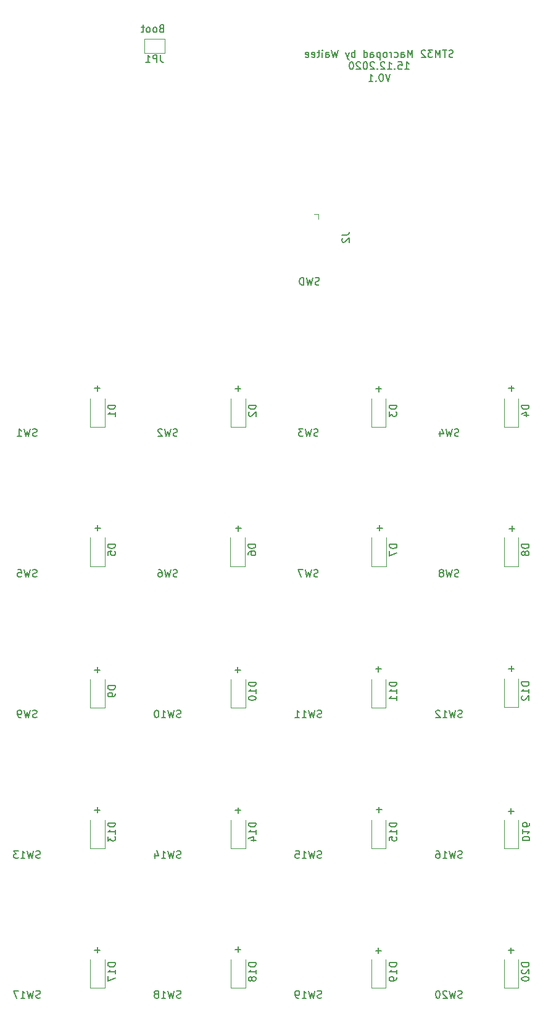
<source format=gbr>
%TF.GenerationSoftware,KiCad,Pcbnew,(5.1.6)-1*%
%TF.CreationDate,2020-12-15T22:49:58+02:00*%
%TF.ProjectId,macropad,6d616372-6f70-4616-942e-6b696361645f,rev?*%
%TF.SameCoordinates,Original*%
%TF.FileFunction,Legend,Bot*%
%TF.FilePolarity,Positive*%
%FSLAX46Y46*%
G04 Gerber Fmt 4.6, Leading zero omitted, Abs format (unit mm)*
G04 Created by KiCad (PCBNEW (5.1.6)-1) date 2020-12-15 22:49:58*
%MOMM*%
%LPD*%
G01*
G04 APERTURE LIST*
%ADD10C,0.150000*%
%ADD11C,0.120000*%
G04 APERTURE END LIST*
D10*
X148862857Y-43974761D02*
X148720000Y-44022380D01*
X148481904Y-44022380D01*
X148386666Y-43974761D01*
X148339047Y-43927142D01*
X148291428Y-43831904D01*
X148291428Y-43736666D01*
X148339047Y-43641428D01*
X148386666Y-43593809D01*
X148481904Y-43546190D01*
X148672380Y-43498571D01*
X148767619Y-43450952D01*
X148815238Y-43403333D01*
X148862857Y-43308095D01*
X148862857Y-43212857D01*
X148815238Y-43117619D01*
X148767619Y-43070000D01*
X148672380Y-43022380D01*
X148434285Y-43022380D01*
X148291428Y-43070000D01*
X148005714Y-43022380D02*
X147434285Y-43022380D01*
X147720000Y-44022380D02*
X147720000Y-43022380D01*
X147100952Y-44022380D02*
X147100952Y-43022380D01*
X146767619Y-43736666D01*
X146434285Y-43022380D01*
X146434285Y-44022380D01*
X146053333Y-43022380D02*
X145434285Y-43022380D01*
X145767619Y-43403333D01*
X145624761Y-43403333D01*
X145529523Y-43450952D01*
X145481904Y-43498571D01*
X145434285Y-43593809D01*
X145434285Y-43831904D01*
X145481904Y-43927142D01*
X145529523Y-43974761D01*
X145624761Y-44022380D01*
X145910476Y-44022380D01*
X146005714Y-43974761D01*
X146053333Y-43927142D01*
X145053333Y-43117619D02*
X145005714Y-43070000D01*
X144910476Y-43022380D01*
X144672380Y-43022380D01*
X144577142Y-43070000D01*
X144529523Y-43117619D01*
X144481904Y-43212857D01*
X144481904Y-43308095D01*
X144529523Y-43450952D01*
X145100952Y-44022380D01*
X144481904Y-44022380D01*
X143291428Y-44022380D02*
X143291428Y-43022380D01*
X142958095Y-43736666D01*
X142624761Y-43022380D01*
X142624761Y-44022380D01*
X141720000Y-44022380D02*
X141720000Y-43498571D01*
X141767619Y-43403333D01*
X141862857Y-43355714D01*
X142053333Y-43355714D01*
X142148571Y-43403333D01*
X141720000Y-43974761D02*
X141815238Y-44022380D01*
X142053333Y-44022380D01*
X142148571Y-43974761D01*
X142196190Y-43879523D01*
X142196190Y-43784285D01*
X142148571Y-43689047D01*
X142053333Y-43641428D01*
X141815238Y-43641428D01*
X141720000Y-43593809D01*
X140815238Y-43974761D02*
X140910476Y-44022380D01*
X141100952Y-44022380D01*
X141196190Y-43974761D01*
X141243809Y-43927142D01*
X141291428Y-43831904D01*
X141291428Y-43546190D01*
X141243809Y-43450952D01*
X141196190Y-43403333D01*
X141100952Y-43355714D01*
X140910476Y-43355714D01*
X140815238Y-43403333D01*
X140386666Y-44022380D02*
X140386666Y-43355714D01*
X140386666Y-43546190D02*
X140339047Y-43450952D01*
X140291428Y-43403333D01*
X140196190Y-43355714D01*
X140100952Y-43355714D01*
X139624761Y-44022380D02*
X139720000Y-43974761D01*
X139767619Y-43927142D01*
X139815238Y-43831904D01*
X139815238Y-43546190D01*
X139767619Y-43450952D01*
X139720000Y-43403333D01*
X139624761Y-43355714D01*
X139481904Y-43355714D01*
X139386666Y-43403333D01*
X139339047Y-43450952D01*
X139291428Y-43546190D01*
X139291428Y-43831904D01*
X139339047Y-43927142D01*
X139386666Y-43974761D01*
X139481904Y-44022380D01*
X139624761Y-44022380D01*
X138862857Y-43355714D02*
X138862857Y-44355714D01*
X138862857Y-43403333D02*
X138767619Y-43355714D01*
X138577142Y-43355714D01*
X138481904Y-43403333D01*
X138434285Y-43450952D01*
X138386666Y-43546190D01*
X138386666Y-43831904D01*
X138434285Y-43927142D01*
X138481904Y-43974761D01*
X138577142Y-44022380D01*
X138767619Y-44022380D01*
X138862857Y-43974761D01*
X137529523Y-44022380D02*
X137529523Y-43498571D01*
X137577142Y-43403333D01*
X137672380Y-43355714D01*
X137862857Y-43355714D01*
X137958095Y-43403333D01*
X137529523Y-43974761D02*
X137624761Y-44022380D01*
X137862857Y-44022380D01*
X137958095Y-43974761D01*
X138005714Y-43879523D01*
X138005714Y-43784285D01*
X137958095Y-43689047D01*
X137862857Y-43641428D01*
X137624761Y-43641428D01*
X137529523Y-43593809D01*
X136624761Y-44022380D02*
X136624761Y-43022380D01*
X136624761Y-43974761D02*
X136720000Y-44022380D01*
X136910476Y-44022380D01*
X137005714Y-43974761D01*
X137053333Y-43927142D01*
X137100952Y-43831904D01*
X137100952Y-43546190D01*
X137053333Y-43450952D01*
X137005714Y-43403333D01*
X136910476Y-43355714D01*
X136720000Y-43355714D01*
X136624761Y-43403333D01*
X135386666Y-44022380D02*
X135386666Y-43022380D01*
X135386666Y-43403333D02*
X135291428Y-43355714D01*
X135100952Y-43355714D01*
X135005714Y-43403333D01*
X134958095Y-43450952D01*
X134910476Y-43546190D01*
X134910476Y-43831904D01*
X134958095Y-43927142D01*
X135005714Y-43974761D01*
X135100952Y-44022380D01*
X135291428Y-44022380D01*
X135386666Y-43974761D01*
X134577142Y-43355714D02*
X134339047Y-44022380D01*
X134100952Y-43355714D02*
X134339047Y-44022380D01*
X134434285Y-44260476D01*
X134481904Y-44308095D01*
X134577142Y-44355714D01*
X133053333Y-43022380D02*
X132815238Y-44022380D01*
X132624761Y-43308095D01*
X132434285Y-44022380D01*
X132196190Y-43022380D01*
X131386666Y-44022380D02*
X131386666Y-43498571D01*
X131434285Y-43403333D01*
X131529523Y-43355714D01*
X131720000Y-43355714D01*
X131815238Y-43403333D01*
X131386666Y-43974761D02*
X131481904Y-44022380D01*
X131720000Y-44022380D01*
X131815238Y-43974761D01*
X131862857Y-43879523D01*
X131862857Y-43784285D01*
X131815238Y-43689047D01*
X131720000Y-43641428D01*
X131481904Y-43641428D01*
X131386666Y-43593809D01*
X130910476Y-44022380D02*
X130910476Y-43355714D01*
X130910476Y-43022380D02*
X130958095Y-43070000D01*
X130910476Y-43117619D01*
X130862857Y-43070000D01*
X130910476Y-43022380D01*
X130910476Y-43117619D01*
X130577142Y-43355714D02*
X130196190Y-43355714D01*
X130434285Y-43022380D02*
X130434285Y-43879523D01*
X130386666Y-43974761D01*
X130291428Y-44022380D01*
X130196190Y-44022380D01*
X129481904Y-43974761D02*
X129577142Y-44022380D01*
X129767619Y-44022380D01*
X129862857Y-43974761D01*
X129910476Y-43879523D01*
X129910476Y-43498571D01*
X129862857Y-43403333D01*
X129767619Y-43355714D01*
X129577142Y-43355714D01*
X129481904Y-43403333D01*
X129434285Y-43498571D01*
X129434285Y-43593809D01*
X129910476Y-43689047D01*
X128624761Y-43974761D02*
X128720000Y-44022380D01*
X128910476Y-44022380D01*
X129005714Y-43974761D01*
X129053333Y-43879523D01*
X129053333Y-43498571D01*
X129005714Y-43403333D01*
X128910476Y-43355714D01*
X128720000Y-43355714D01*
X128624761Y-43403333D01*
X128577142Y-43498571D01*
X128577142Y-43593809D01*
X129053333Y-43689047D01*
X142243809Y-45672380D02*
X142815238Y-45672380D01*
X142529523Y-45672380D02*
X142529523Y-44672380D01*
X142624761Y-44815238D01*
X142720000Y-44910476D01*
X142815238Y-44958095D01*
X141339047Y-44672380D02*
X141815238Y-44672380D01*
X141862857Y-45148571D01*
X141815238Y-45100952D01*
X141720000Y-45053333D01*
X141481904Y-45053333D01*
X141386666Y-45100952D01*
X141339047Y-45148571D01*
X141291428Y-45243809D01*
X141291428Y-45481904D01*
X141339047Y-45577142D01*
X141386666Y-45624761D01*
X141481904Y-45672380D01*
X141720000Y-45672380D01*
X141815238Y-45624761D01*
X141862857Y-45577142D01*
X140862857Y-45577142D02*
X140815238Y-45624761D01*
X140862857Y-45672380D01*
X140910476Y-45624761D01*
X140862857Y-45577142D01*
X140862857Y-45672380D01*
X139862857Y-45672380D02*
X140434285Y-45672380D01*
X140148571Y-45672380D02*
X140148571Y-44672380D01*
X140243809Y-44815238D01*
X140339047Y-44910476D01*
X140434285Y-44958095D01*
X139481904Y-44767619D02*
X139434285Y-44720000D01*
X139339047Y-44672380D01*
X139100952Y-44672380D01*
X139005714Y-44720000D01*
X138958095Y-44767619D01*
X138910476Y-44862857D01*
X138910476Y-44958095D01*
X138958095Y-45100952D01*
X139529523Y-45672380D01*
X138910476Y-45672380D01*
X138481904Y-45577142D02*
X138434285Y-45624761D01*
X138481904Y-45672380D01*
X138529523Y-45624761D01*
X138481904Y-45577142D01*
X138481904Y-45672380D01*
X138053333Y-44767619D02*
X138005714Y-44720000D01*
X137910476Y-44672380D01*
X137672380Y-44672380D01*
X137577142Y-44720000D01*
X137529523Y-44767619D01*
X137481904Y-44862857D01*
X137481904Y-44958095D01*
X137529523Y-45100952D01*
X138100952Y-45672380D01*
X137481904Y-45672380D01*
X136862857Y-44672380D02*
X136767619Y-44672380D01*
X136672380Y-44720000D01*
X136624761Y-44767619D01*
X136577142Y-44862857D01*
X136529523Y-45053333D01*
X136529523Y-45291428D01*
X136577142Y-45481904D01*
X136624761Y-45577142D01*
X136672380Y-45624761D01*
X136767619Y-45672380D01*
X136862857Y-45672380D01*
X136958095Y-45624761D01*
X137005714Y-45577142D01*
X137053333Y-45481904D01*
X137100952Y-45291428D01*
X137100952Y-45053333D01*
X137053333Y-44862857D01*
X137005714Y-44767619D01*
X136958095Y-44720000D01*
X136862857Y-44672380D01*
X136148571Y-44767619D02*
X136100952Y-44720000D01*
X136005714Y-44672380D01*
X135767619Y-44672380D01*
X135672380Y-44720000D01*
X135624761Y-44767619D01*
X135577142Y-44862857D01*
X135577142Y-44958095D01*
X135624761Y-45100952D01*
X136196190Y-45672380D01*
X135577142Y-45672380D01*
X134958095Y-44672380D02*
X134862857Y-44672380D01*
X134767619Y-44720000D01*
X134720000Y-44767619D01*
X134672380Y-44862857D01*
X134624761Y-45053333D01*
X134624761Y-45291428D01*
X134672380Y-45481904D01*
X134720000Y-45577142D01*
X134767619Y-45624761D01*
X134862857Y-45672380D01*
X134958095Y-45672380D01*
X135053333Y-45624761D01*
X135100952Y-45577142D01*
X135148571Y-45481904D01*
X135196190Y-45291428D01*
X135196190Y-45053333D01*
X135148571Y-44862857D01*
X135100952Y-44767619D01*
X135053333Y-44720000D01*
X134958095Y-44672380D01*
X140243809Y-46322380D02*
X139910476Y-47322380D01*
X139577142Y-46322380D01*
X139053333Y-46322380D02*
X138958095Y-46322380D01*
X138862857Y-46370000D01*
X138815238Y-46417619D01*
X138767619Y-46512857D01*
X138720000Y-46703333D01*
X138720000Y-46941428D01*
X138767619Y-47131904D01*
X138815238Y-47227142D01*
X138862857Y-47274761D01*
X138958095Y-47322380D01*
X139053333Y-47322380D01*
X139148571Y-47274761D01*
X139196190Y-47227142D01*
X139243809Y-47131904D01*
X139291428Y-46941428D01*
X139291428Y-46703333D01*
X139243809Y-46512857D01*
X139196190Y-46417619D01*
X139148571Y-46370000D01*
X139053333Y-46322380D01*
X138291428Y-47227142D02*
X138243809Y-47274761D01*
X138291428Y-47322380D01*
X138339047Y-47274761D01*
X138291428Y-47227142D01*
X138291428Y-47322380D01*
X137291428Y-47322380D02*
X137862857Y-47322380D01*
X137577142Y-47322380D02*
X137577142Y-46322380D01*
X137672380Y-46465238D01*
X137767619Y-46560476D01*
X137862857Y-46608095D01*
X156439047Y-166561428D02*
X157200952Y-166561428D01*
X156820000Y-166942380D02*
X156820000Y-166180476D01*
X138249047Y-166631428D02*
X139010952Y-166631428D01*
X138630000Y-167012380D02*
X138630000Y-166250476D01*
X118959047Y-166451428D02*
X119720952Y-166451428D01*
X119340000Y-166832380D02*
X119340000Y-166070476D01*
X99669047Y-166531428D02*
X100430952Y-166531428D01*
X100050000Y-166912380D02*
X100050000Y-166150476D01*
X99669047Y-147321428D02*
X100430952Y-147321428D01*
X100050000Y-147702380D02*
X100050000Y-146940476D01*
X118979047Y-147371428D02*
X119740952Y-147371428D01*
X119360000Y-147752380D02*
X119360000Y-146990476D01*
X138299047Y-147271428D02*
X139060952Y-147271428D01*
X138680000Y-147652380D02*
X138680000Y-146890476D01*
X156419047Y-147471428D02*
X157180952Y-147471428D01*
X156800000Y-147852380D02*
X156800000Y-147090476D01*
X156479047Y-127911428D02*
X157240952Y-127911428D01*
X156860000Y-128292380D02*
X156860000Y-127530476D01*
X138249047Y-127951428D02*
X139010952Y-127951428D01*
X138630000Y-128332380D02*
X138630000Y-127570476D01*
X118929047Y-128101428D02*
X119690952Y-128101428D01*
X119310000Y-128482380D02*
X119310000Y-127720476D01*
X99669047Y-128101428D02*
X100430952Y-128101428D01*
X100050000Y-128482380D02*
X100050000Y-127720476D01*
X99699047Y-108601428D02*
X100460952Y-108601428D01*
X100080000Y-108982380D02*
X100080000Y-108220476D01*
X118999047Y-108661428D02*
X119760952Y-108661428D01*
X119380000Y-109042380D02*
X119380000Y-108280476D01*
X138409047Y-108621428D02*
X139170952Y-108621428D01*
X138790000Y-109002380D02*
X138790000Y-108240476D01*
X156549047Y-108701428D02*
X157310952Y-108701428D01*
X156930000Y-109082380D02*
X156930000Y-108320476D01*
X156459047Y-89431428D02*
X157220952Y-89431428D01*
X156840000Y-89812380D02*
X156840000Y-89050476D01*
X138289047Y-89531428D02*
X139050952Y-89531428D01*
X138670000Y-89912380D02*
X138670000Y-89150476D01*
X118989047Y-89471428D02*
X119750952Y-89471428D01*
X119370000Y-89852380D02*
X119370000Y-89090476D01*
X99679047Y-89451428D02*
X100440952Y-89451428D01*
X100060000Y-89832380D02*
X100060000Y-89070476D01*
X130497142Y-75214761D02*
X130354285Y-75262380D01*
X130116190Y-75262380D01*
X130020952Y-75214761D01*
X129973333Y-75167142D01*
X129925714Y-75071904D01*
X129925714Y-74976666D01*
X129973333Y-74881428D01*
X130020952Y-74833809D01*
X130116190Y-74786190D01*
X130306666Y-74738571D01*
X130401904Y-74690952D01*
X130449523Y-74643333D01*
X130497142Y-74548095D01*
X130497142Y-74452857D01*
X130449523Y-74357619D01*
X130401904Y-74310000D01*
X130306666Y-74262380D01*
X130068571Y-74262380D01*
X129925714Y-74310000D01*
X129592380Y-74262380D02*
X129354285Y-75262380D01*
X129163809Y-74548095D01*
X128973333Y-75262380D01*
X128735238Y-74262380D01*
X128354285Y-75262380D02*
X128354285Y-74262380D01*
X128116190Y-74262380D01*
X127973333Y-74310000D01*
X127878095Y-74405238D01*
X127830476Y-74500476D01*
X127782857Y-74690952D01*
X127782857Y-74833809D01*
X127830476Y-75024285D01*
X127878095Y-75119523D01*
X127973333Y-75214761D01*
X128116190Y-75262380D01*
X128354285Y-75262380D01*
X108829047Y-40068571D02*
X108686190Y-40116190D01*
X108638571Y-40163809D01*
X108590952Y-40259047D01*
X108590952Y-40401904D01*
X108638571Y-40497142D01*
X108686190Y-40544761D01*
X108781428Y-40592380D01*
X109162380Y-40592380D01*
X109162380Y-39592380D01*
X108829047Y-39592380D01*
X108733809Y-39640000D01*
X108686190Y-39687619D01*
X108638571Y-39782857D01*
X108638571Y-39878095D01*
X108686190Y-39973333D01*
X108733809Y-40020952D01*
X108829047Y-40068571D01*
X109162380Y-40068571D01*
X108019523Y-40592380D02*
X108114761Y-40544761D01*
X108162380Y-40497142D01*
X108210000Y-40401904D01*
X108210000Y-40116190D01*
X108162380Y-40020952D01*
X108114761Y-39973333D01*
X108019523Y-39925714D01*
X107876666Y-39925714D01*
X107781428Y-39973333D01*
X107733809Y-40020952D01*
X107686190Y-40116190D01*
X107686190Y-40401904D01*
X107733809Y-40497142D01*
X107781428Y-40544761D01*
X107876666Y-40592380D01*
X108019523Y-40592380D01*
X107114761Y-40592380D02*
X107210000Y-40544761D01*
X107257619Y-40497142D01*
X107305238Y-40401904D01*
X107305238Y-40116190D01*
X107257619Y-40020952D01*
X107210000Y-39973333D01*
X107114761Y-39925714D01*
X106971904Y-39925714D01*
X106876666Y-39973333D01*
X106829047Y-40020952D01*
X106781428Y-40116190D01*
X106781428Y-40401904D01*
X106829047Y-40497142D01*
X106876666Y-40544761D01*
X106971904Y-40592380D01*
X107114761Y-40592380D01*
X106495714Y-39925714D02*
X106114761Y-39925714D01*
X106352857Y-39592380D02*
X106352857Y-40449523D01*
X106305238Y-40544761D01*
X106210000Y-40592380D01*
X106114761Y-40592380D01*
D11*
%TO.C,D1*%
X101050000Y-94750000D02*
X101050000Y-90850000D01*
X99050000Y-94750000D02*
X99050000Y-90850000D01*
X101050000Y-94750000D02*
X99050000Y-94750000D01*
%TO.C,D2*%
X120350000Y-94750000D02*
X120350000Y-90850000D01*
X118350000Y-94750000D02*
X118350000Y-90850000D01*
X120350000Y-94750000D02*
X118350000Y-94750000D01*
%TO.C,D3*%
X139650000Y-94750000D02*
X137650000Y-94750000D01*
X137650000Y-94750000D02*
X137650000Y-90850000D01*
X139650000Y-94750000D02*
X139650000Y-90850000D01*
%TO.C,D4*%
X157825000Y-94750000D02*
X157825000Y-90850000D01*
X155825000Y-94750000D02*
X155825000Y-90850000D01*
X157825000Y-94750000D02*
X155825000Y-94750000D01*
%TO.C,D5*%
X101050000Y-113850000D02*
X99050000Y-113850000D01*
X99050000Y-113850000D02*
X99050000Y-109950000D01*
X101050000Y-113850000D02*
X101050000Y-109950000D01*
%TO.C,D6*%
X120300000Y-113850000D02*
X118300000Y-113850000D01*
X118300000Y-113850000D02*
X118300000Y-109950000D01*
X120300000Y-113850000D02*
X120300000Y-109950000D01*
%TO.C,D7*%
X139700000Y-113850000D02*
X139700000Y-109950000D01*
X137700000Y-113850000D02*
X137700000Y-109950000D01*
X139700000Y-113850000D02*
X137700000Y-113850000D01*
%TO.C,D8*%
X157825000Y-113850000D02*
X155825000Y-113850000D01*
X155825000Y-113850000D02*
X155825000Y-109950000D01*
X157825000Y-113850000D02*
X157825000Y-109950000D01*
%TO.C,D9*%
X101050000Y-133250000D02*
X101050000Y-129350000D01*
X99050000Y-133250000D02*
X99050000Y-129350000D01*
X101050000Y-133250000D02*
X99050000Y-133250000D01*
%TO.C,D10*%
X120350000Y-133250000D02*
X120350000Y-129350000D01*
X118350000Y-133250000D02*
X118350000Y-129350000D01*
X120350000Y-133250000D02*
X118350000Y-133250000D01*
%TO.C,D11*%
X139650000Y-133250000D02*
X137650000Y-133250000D01*
X137650000Y-133250000D02*
X137650000Y-129350000D01*
X139650000Y-133250000D02*
X139650000Y-129350000D01*
%TO.C,D12*%
X157825000Y-133225000D02*
X157825000Y-129325000D01*
X155825000Y-133225000D02*
X155825000Y-129325000D01*
X157825000Y-133225000D02*
X155825000Y-133225000D01*
%TO.C,D13*%
X101050000Y-152550000D02*
X99050000Y-152550000D01*
X99050000Y-152550000D02*
X99050000Y-148650000D01*
X101050000Y-152550000D02*
X101050000Y-148650000D01*
%TO.C,D14*%
X120350000Y-152550000D02*
X118350000Y-152550000D01*
X118350000Y-152550000D02*
X118350000Y-148650000D01*
X120350000Y-152550000D02*
X120350000Y-148650000D01*
%TO.C,D15*%
X139650000Y-152550000D02*
X139650000Y-148650000D01*
X137650000Y-152550000D02*
X137650000Y-148650000D01*
X139650000Y-152550000D02*
X137650000Y-152550000D01*
%TO.C,D16*%
X157825000Y-152550000D02*
X155825000Y-152550000D01*
X155825000Y-152550000D02*
X155825000Y-148650000D01*
X157825000Y-152550000D02*
X157825000Y-148650000D01*
%TO.C,D17*%
X101050000Y-171750000D02*
X101050000Y-167850000D01*
X99050000Y-171750000D02*
X99050000Y-167850000D01*
X101050000Y-171750000D02*
X99050000Y-171750000D01*
%TO.C,D18*%
X120350000Y-171750000D02*
X120350000Y-167850000D01*
X118350000Y-171750000D02*
X118350000Y-167850000D01*
X120350000Y-171750000D02*
X118350000Y-171750000D01*
%TO.C,D19*%
X139650000Y-171750000D02*
X137650000Y-171750000D01*
X137650000Y-171750000D02*
X137650000Y-167850000D01*
X139650000Y-171750000D02*
X139650000Y-167850000D01*
%TO.C,D20*%
X157825000Y-171750000D02*
X155825000Y-171750000D01*
X155825000Y-171750000D02*
X155825000Y-167850000D01*
X157825000Y-171750000D02*
X157825000Y-167850000D01*
%TO.C,J2*%
X130420000Y-66210000D02*
X130420000Y-65575000D01*
X130420000Y-65575000D02*
X129785000Y-65575000D01*
%TO.C,JP1*%
X106480000Y-41470000D02*
X106480000Y-43470000D01*
X109280000Y-41470000D02*
X106480000Y-41470000D01*
X109280000Y-43470000D02*
X109280000Y-41470000D01*
X106480000Y-43470000D02*
X109280000Y-43470000D01*
%TO.C,SW2*%
D10*
X111033333Y-95979761D02*
X110890476Y-96027380D01*
X110652380Y-96027380D01*
X110557142Y-95979761D01*
X110509523Y-95932142D01*
X110461904Y-95836904D01*
X110461904Y-95741666D01*
X110509523Y-95646428D01*
X110557142Y-95598809D01*
X110652380Y-95551190D01*
X110842857Y-95503571D01*
X110938095Y-95455952D01*
X110985714Y-95408333D01*
X111033333Y-95313095D01*
X111033333Y-95217857D01*
X110985714Y-95122619D01*
X110938095Y-95075000D01*
X110842857Y-95027380D01*
X110604761Y-95027380D01*
X110461904Y-95075000D01*
X110128571Y-95027380D02*
X109890476Y-96027380D01*
X109700000Y-95313095D01*
X109509523Y-96027380D01*
X109271428Y-95027380D01*
X108938095Y-95122619D02*
X108890476Y-95075000D01*
X108795238Y-95027380D01*
X108557142Y-95027380D01*
X108461904Y-95075000D01*
X108414285Y-95122619D01*
X108366666Y-95217857D01*
X108366666Y-95313095D01*
X108414285Y-95455952D01*
X108985714Y-96027380D01*
X108366666Y-96027380D01*
%TO.C,D1*%
X102502380Y-91761904D02*
X101502380Y-91761904D01*
X101502380Y-92000000D01*
X101550000Y-92142857D01*
X101645238Y-92238095D01*
X101740476Y-92285714D01*
X101930952Y-92333333D01*
X102073809Y-92333333D01*
X102264285Y-92285714D01*
X102359523Y-92238095D01*
X102454761Y-92142857D01*
X102502380Y-92000000D01*
X102502380Y-91761904D01*
X102502380Y-93285714D02*
X102502380Y-92714285D01*
X102502380Y-93000000D02*
X101502380Y-93000000D01*
X101645238Y-92904761D01*
X101740476Y-92809523D01*
X101788095Y-92714285D01*
%TO.C,D2*%
X121802380Y-91761904D02*
X120802380Y-91761904D01*
X120802380Y-92000000D01*
X120850000Y-92142857D01*
X120945238Y-92238095D01*
X121040476Y-92285714D01*
X121230952Y-92333333D01*
X121373809Y-92333333D01*
X121564285Y-92285714D01*
X121659523Y-92238095D01*
X121754761Y-92142857D01*
X121802380Y-92000000D01*
X121802380Y-91761904D01*
X120897619Y-92714285D02*
X120850000Y-92761904D01*
X120802380Y-92857142D01*
X120802380Y-93095238D01*
X120850000Y-93190476D01*
X120897619Y-93238095D01*
X120992857Y-93285714D01*
X121088095Y-93285714D01*
X121230952Y-93238095D01*
X121802380Y-92666666D01*
X121802380Y-93285714D01*
%TO.C,D3*%
X141102380Y-91761904D02*
X140102380Y-91761904D01*
X140102380Y-92000000D01*
X140150000Y-92142857D01*
X140245238Y-92238095D01*
X140340476Y-92285714D01*
X140530952Y-92333333D01*
X140673809Y-92333333D01*
X140864285Y-92285714D01*
X140959523Y-92238095D01*
X141054761Y-92142857D01*
X141102380Y-92000000D01*
X141102380Y-91761904D01*
X140102380Y-92666666D02*
X140102380Y-93285714D01*
X140483333Y-92952380D01*
X140483333Y-93095238D01*
X140530952Y-93190476D01*
X140578571Y-93238095D01*
X140673809Y-93285714D01*
X140911904Y-93285714D01*
X141007142Y-93238095D01*
X141054761Y-93190476D01*
X141102380Y-93095238D01*
X141102380Y-92809523D01*
X141054761Y-92714285D01*
X141007142Y-92666666D01*
%TO.C,D4*%
X159277380Y-91761904D02*
X158277380Y-91761904D01*
X158277380Y-92000000D01*
X158325000Y-92142857D01*
X158420238Y-92238095D01*
X158515476Y-92285714D01*
X158705952Y-92333333D01*
X158848809Y-92333333D01*
X159039285Y-92285714D01*
X159134523Y-92238095D01*
X159229761Y-92142857D01*
X159277380Y-92000000D01*
X159277380Y-91761904D01*
X158610714Y-93190476D02*
X159277380Y-93190476D01*
X158229761Y-92952380D02*
X158944047Y-92714285D01*
X158944047Y-93333333D01*
%TO.C,D5*%
X102502380Y-110861904D02*
X101502380Y-110861904D01*
X101502380Y-111100000D01*
X101550000Y-111242857D01*
X101645238Y-111338095D01*
X101740476Y-111385714D01*
X101930952Y-111433333D01*
X102073809Y-111433333D01*
X102264285Y-111385714D01*
X102359523Y-111338095D01*
X102454761Y-111242857D01*
X102502380Y-111100000D01*
X102502380Y-110861904D01*
X101502380Y-112338095D02*
X101502380Y-111861904D01*
X101978571Y-111814285D01*
X101930952Y-111861904D01*
X101883333Y-111957142D01*
X101883333Y-112195238D01*
X101930952Y-112290476D01*
X101978571Y-112338095D01*
X102073809Y-112385714D01*
X102311904Y-112385714D01*
X102407142Y-112338095D01*
X102454761Y-112290476D01*
X102502380Y-112195238D01*
X102502380Y-111957142D01*
X102454761Y-111861904D01*
X102407142Y-111814285D01*
%TO.C,D6*%
X121752380Y-110861904D02*
X120752380Y-110861904D01*
X120752380Y-111100000D01*
X120800000Y-111242857D01*
X120895238Y-111338095D01*
X120990476Y-111385714D01*
X121180952Y-111433333D01*
X121323809Y-111433333D01*
X121514285Y-111385714D01*
X121609523Y-111338095D01*
X121704761Y-111242857D01*
X121752380Y-111100000D01*
X121752380Y-110861904D01*
X120752380Y-112290476D02*
X120752380Y-112100000D01*
X120800000Y-112004761D01*
X120847619Y-111957142D01*
X120990476Y-111861904D01*
X121180952Y-111814285D01*
X121561904Y-111814285D01*
X121657142Y-111861904D01*
X121704761Y-111909523D01*
X121752380Y-112004761D01*
X121752380Y-112195238D01*
X121704761Y-112290476D01*
X121657142Y-112338095D01*
X121561904Y-112385714D01*
X121323809Y-112385714D01*
X121228571Y-112338095D01*
X121180952Y-112290476D01*
X121133333Y-112195238D01*
X121133333Y-112004761D01*
X121180952Y-111909523D01*
X121228571Y-111861904D01*
X121323809Y-111814285D01*
%TO.C,D7*%
X141152380Y-110861904D02*
X140152380Y-110861904D01*
X140152380Y-111100000D01*
X140200000Y-111242857D01*
X140295238Y-111338095D01*
X140390476Y-111385714D01*
X140580952Y-111433333D01*
X140723809Y-111433333D01*
X140914285Y-111385714D01*
X141009523Y-111338095D01*
X141104761Y-111242857D01*
X141152380Y-111100000D01*
X141152380Y-110861904D01*
X140152380Y-111766666D02*
X140152380Y-112433333D01*
X141152380Y-112004761D01*
%TO.C,D8*%
X159277380Y-110861904D02*
X158277380Y-110861904D01*
X158277380Y-111100000D01*
X158325000Y-111242857D01*
X158420238Y-111338095D01*
X158515476Y-111385714D01*
X158705952Y-111433333D01*
X158848809Y-111433333D01*
X159039285Y-111385714D01*
X159134523Y-111338095D01*
X159229761Y-111242857D01*
X159277380Y-111100000D01*
X159277380Y-110861904D01*
X158705952Y-112004761D02*
X158658333Y-111909523D01*
X158610714Y-111861904D01*
X158515476Y-111814285D01*
X158467857Y-111814285D01*
X158372619Y-111861904D01*
X158325000Y-111909523D01*
X158277380Y-112004761D01*
X158277380Y-112195238D01*
X158325000Y-112290476D01*
X158372619Y-112338095D01*
X158467857Y-112385714D01*
X158515476Y-112385714D01*
X158610714Y-112338095D01*
X158658333Y-112290476D01*
X158705952Y-112195238D01*
X158705952Y-112004761D01*
X158753571Y-111909523D01*
X158801190Y-111861904D01*
X158896428Y-111814285D01*
X159086904Y-111814285D01*
X159182142Y-111861904D01*
X159229761Y-111909523D01*
X159277380Y-112004761D01*
X159277380Y-112195238D01*
X159229761Y-112290476D01*
X159182142Y-112338095D01*
X159086904Y-112385714D01*
X158896428Y-112385714D01*
X158801190Y-112338095D01*
X158753571Y-112290476D01*
X158705952Y-112195238D01*
%TO.C,D9*%
X102502380Y-130261904D02*
X101502380Y-130261904D01*
X101502380Y-130500000D01*
X101550000Y-130642857D01*
X101645238Y-130738095D01*
X101740476Y-130785714D01*
X101930952Y-130833333D01*
X102073809Y-130833333D01*
X102264285Y-130785714D01*
X102359523Y-130738095D01*
X102454761Y-130642857D01*
X102502380Y-130500000D01*
X102502380Y-130261904D01*
X102502380Y-131309523D02*
X102502380Y-131500000D01*
X102454761Y-131595238D01*
X102407142Y-131642857D01*
X102264285Y-131738095D01*
X102073809Y-131785714D01*
X101692857Y-131785714D01*
X101597619Y-131738095D01*
X101550000Y-131690476D01*
X101502380Y-131595238D01*
X101502380Y-131404761D01*
X101550000Y-131309523D01*
X101597619Y-131261904D01*
X101692857Y-131214285D01*
X101930952Y-131214285D01*
X102026190Y-131261904D01*
X102073809Y-131309523D01*
X102121428Y-131404761D01*
X102121428Y-131595238D01*
X102073809Y-131690476D01*
X102026190Y-131738095D01*
X101930952Y-131785714D01*
%TO.C,D10*%
X121802380Y-129785714D02*
X120802380Y-129785714D01*
X120802380Y-130023809D01*
X120850000Y-130166666D01*
X120945238Y-130261904D01*
X121040476Y-130309523D01*
X121230952Y-130357142D01*
X121373809Y-130357142D01*
X121564285Y-130309523D01*
X121659523Y-130261904D01*
X121754761Y-130166666D01*
X121802380Y-130023809D01*
X121802380Y-129785714D01*
X121802380Y-131309523D02*
X121802380Y-130738095D01*
X121802380Y-131023809D02*
X120802380Y-131023809D01*
X120945238Y-130928571D01*
X121040476Y-130833333D01*
X121088095Y-130738095D01*
X120802380Y-131928571D02*
X120802380Y-132023809D01*
X120850000Y-132119047D01*
X120897619Y-132166666D01*
X120992857Y-132214285D01*
X121183333Y-132261904D01*
X121421428Y-132261904D01*
X121611904Y-132214285D01*
X121707142Y-132166666D01*
X121754761Y-132119047D01*
X121802380Y-132023809D01*
X121802380Y-131928571D01*
X121754761Y-131833333D01*
X121707142Y-131785714D01*
X121611904Y-131738095D01*
X121421428Y-131690476D01*
X121183333Y-131690476D01*
X120992857Y-131738095D01*
X120897619Y-131785714D01*
X120850000Y-131833333D01*
X120802380Y-131928571D01*
%TO.C,D11*%
X141102380Y-129785714D02*
X140102380Y-129785714D01*
X140102380Y-130023809D01*
X140150000Y-130166666D01*
X140245238Y-130261904D01*
X140340476Y-130309523D01*
X140530952Y-130357142D01*
X140673809Y-130357142D01*
X140864285Y-130309523D01*
X140959523Y-130261904D01*
X141054761Y-130166666D01*
X141102380Y-130023809D01*
X141102380Y-129785714D01*
X141102380Y-131309523D02*
X141102380Y-130738095D01*
X141102380Y-131023809D02*
X140102380Y-131023809D01*
X140245238Y-130928571D01*
X140340476Y-130833333D01*
X140388095Y-130738095D01*
X141102380Y-132261904D02*
X141102380Y-131690476D01*
X141102380Y-131976190D02*
X140102380Y-131976190D01*
X140245238Y-131880952D01*
X140340476Y-131785714D01*
X140388095Y-131690476D01*
%TO.C,D12*%
X159277380Y-129760714D02*
X158277380Y-129760714D01*
X158277380Y-129998809D01*
X158325000Y-130141666D01*
X158420238Y-130236904D01*
X158515476Y-130284523D01*
X158705952Y-130332142D01*
X158848809Y-130332142D01*
X159039285Y-130284523D01*
X159134523Y-130236904D01*
X159229761Y-130141666D01*
X159277380Y-129998809D01*
X159277380Y-129760714D01*
X159277380Y-131284523D02*
X159277380Y-130713095D01*
X159277380Y-130998809D02*
X158277380Y-130998809D01*
X158420238Y-130903571D01*
X158515476Y-130808333D01*
X158563095Y-130713095D01*
X158372619Y-131665476D02*
X158325000Y-131713095D01*
X158277380Y-131808333D01*
X158277380Y-132046428D01*
X158325000Y-132141666D01*
X158372619Y-132189285D01*
X158467857Y-132236904D01*
X158563095Y-132236904D01*
X158705952Y-132189285D01*
X159277380Y-131617857D01*
X159277380Y-132236904D01*
%TO.C,D13*%
X102502380Y-149085714D02*
X101502380Y-149085714D01*
X101502380Y-149323809D01*
X101550000Y-149466666D01*
X101645238Y-149561904D01*
X101740476Y-149609523D01*
X101930952Y-149657142D01*
X102073809Y-149657142D01*
X102264285Y-149609523D01*
X102359523Y-149561904D01*
X102454761Y-149466666D01*
X102502380Y-149323809D01*
X102502380Y-149085714D01*
X102502380Y-150609523D02*
X102502380Y-150038095D01*
X102502380Y-150323809D02*
X101502380Y-150323809D01*
X101645238Y-150228571D01*
X101740476Y-150133333D01*
X101788095Y-150038095D01*
X101502380Y-150942857D02*
X101502380Y-151561904D01*
X101883333Y-151228571D01*
X101883333Y-151371428D01*
X101930952Y-151466666D01*
X101978571Y-151514285D01*
X102073809Y-151561904D01*
X102311904Y-151561904D01*
X102407142Y-151514285D01*
X102454761Y-151466666D01*
X102502380Y-151371428D01*
X102502380Y-151085714D01*
X102454761Y-150990476D01*
X102407142Y-150942857D01*
%TO.C,D14*%
X121802380Y-149085714D02*
X120802380Y-149085714D01*
X120802380Y-149323809D01*
X120850000Y-149466666D01*
X120945238Y-149561904D01*
X121040476Y-149609523D01*
X121230952Y-149657142D01*
X121373809Y-149657142D01*
X121564285Y-149609523D01*
X121659523Y-149561904D01*
X121754761Y-149466666D01*
X121802380Y-149323809D01*
X121802380Y-149085714D01*
X121802380Y-150609523D02*
X121802380Y-150038095D01*
X121802380Y-150323809D02*
X120802380Y-150323809D01*
X120945238Y-150228571D01*
X121040476Y-150133333D01*
X121088095Y-150038095D01*
X121135714Y-151466666D02*
X121802380Y-151466666D01*
X120754761Y-151228571D02*
X121469047Y-150990476D01*
X121469047Y-151609523D01*
%TO.C,D15*%
X141102380Y-149085714D02*
X140102380Y-149085714D01*
X140102380Y-149323809D01*
X140150000Y-149466666D01*
X140245238Y-149561904D01*
X140340476Y-149609523D01*
X140530952Y-149657142D01*
X140673809Y-149657142D01*
X140864285Y-149609523D01*
X140959523Y-149561904D01*
X141054761Y-149466666D01*
X141102380Y-149323809D01*
X141102380Y-149085714D01*
X141102380Y-150609523D02*
X141102380Y-150038095D01*
X141102380Y-150323809D02*
X140102380Y-150323809D01*
X140245238Y-150228571D01*
X140340476Y-150133333D01*
X140388095Y-150038095D01*
X140102380Y-151514285D02*
X140102380Y-151038095D01*
X140578571Y-150990476D01*
X140530952Y-151038095D01*
X140483333Y-151133333D01*
X140483333Y-151371428D01*
X140530952Y-151466666D01*
X140578571Y-151514285D01*
X140673809Y-151561904D01*
X140911904Y-151561904D01*
X141007142Y-151514285D01*
X141054761Y-151466666D01*
X141102380Y-151371428D01*
X141102380Y-151133333D01*
X141054761Y-151038095D01*
X141007142Y-150990476D01*
%TO.C,D16*%
X158372619Y-151514285D02*
X159372619Y-151514285D01*
X159372619Y-151276190D01*
X159325000Y-151133333D01*
X159229761Y-151038095D01*
X159134523Y-150990476D01*
X158944047Y-150942857D01*
X158801190Y-150942857D01*
X158610714Y-150990476D01*
X158515476Y-151038095D01*
X158420238Y-151133333D01*
X158372619Y-151276190D01*
X158372619Y-151514285D01*
X158372619Y-149990476D02*
X158372619Y-150561904D01*
X158372619Y-150276190D02*
X159372619Y-150276190D01*
X159229761Y-150371428D01*
X159134523Y-150466666D01*
X159086904Y-150561904D01*
X159372619Y-149133333D02*
X159372619Y-149323809D01*
X159325000Y-149419047D01*
X159277380Y-149466666D01*
X159134523Y-149561904D01*
X158944047Y-149609523D01*
X158563095Y-149609523D01*
X158467857Y-149561904D01*
X158420238Y-149514285D01*
X158372619Y-149419047D01*
X158372619Y-149228571D01*
X158420238Y-149133333D01*
X158467857Y-149085714D01*
X158563095Y-149038095D01*
X158801190Y-149038095D01*
X158896428Y-149085714D01*
X158944047Y-149133333D01*
X158991666Y-149228571D01*
X158991666Y-149419047D01*
X158944047Y-149514285D01*
X158896428Y-149561904D01*
X158801190Y-149609523D01*
%TO.C,D17*%
X102502380Y-168285714D02*
X101502380Y-168285714D01*
X101502380Y-168523809D01*
X101550000Y-168666666D01*
X101645238Y-168761904D01*
X101740476Y-168809523D01*
X101930952Y-168857142D01*
X102073809Y-168857142D01*
X102264285Y-168809523D01*
X102359523Y-168761904D01*
X102454761Y-168666666D01*
X102502380Y-168523809D01*
X102502380Y-168285714D01*
X102502380Y-169809523D02*
X102502380Y-169238095D01*
X102502380Y-169523809D02*
X101502380Y-169523809D01*
X101645238Y-169428571D01*
X101740476Y-169333333D01*
X101788095Y-169238095D01*
X101502380Y-170142857D02*
X101502380Y-170809523D01*
X102502380Y-170380952D01*
%TO.C,D18*%
X121802380Y-168285714D02*
X120802380Y-168285714D01*
X120802380Y-168523809D01*
X120850000Y-168666666D01*
X120945238Y-168761904D01*
X121040476Y-168809523D01*
X121230952Y-168857142D01*
X121373809Y-168857142D01*
X121564285Y-168809523D01*
X121659523Y-168761904D01*
X121754761Y-168666666D01*
X121802380Y-168523809D01*
X121802380Y-168285714D01*
X121802380Y-169809523D02*
X121802380Y-169238095D01*
X121802380Y-169523809D02*
X120802380Y-169523809D01*
X120945238Y-169428571D01*
X121040476Y-169333333D01*
X121088095Y-169238095D01*
X121230952Y-170380952D02*
X121183333Y-170285714D01*
X121135714Y-170238095D01*
X121040476Y-170190476D01*
X120992857Y-170190476D01*
X120897619Y-170238095D01*
X120850000Y-170285714D01*
X120802380Y-170380952D01*
X120802380Y-170571428D01*
X120850000Y-170666666D01*
X120897619Y-170714285D01*
X120992857Y-170761904D01*
X121040476Y-170761904D01*
X121135714Y-170714285D01*
X121183333Y-170666666D01*
X121230952Y-170571428D01*
X121230952Y-170380952D01*
X121278571Y-170285714D01*
X121326190Y-170238095D01*
X121421428Y-170190476D01*
X121611904Y-170190476D01*
X121707142Y-170238095D01*
X121754761Y-170285714D01*
X121802380Y-170380952D01*
X121802380Y-170571428D01*
X121754761Y-170666666D01*
X121707142Y-170714285D01*
X121611904Y-170761904D01*
X121421428Y-170761904D01*
X121326190Y-170714285D01*
X121278571Y-170666666D01*
X121230952Y-170571428D01*
%TO.C,D19*%
X141102380Y-168285714D02*
X140102380Y-168285714D01*
X140102380Y-168523809D01*
X140150000Y-168666666D01*
X140245238Y-168761904D01*
X140340476Y-168809523D01*
X140530952Y-168857142D01*
X140673809Y-168857142D01*
X140864285Y-168809523D01*
X140959523Y-168761904D01*
X141054761Y-168666666D01*
X141102380Y-168523809D01*
X141102380Y-168285714D01*
X141102380Y-169809523D02*
X141102380Y-169238095D01*
X141102380Y-169523809D02*
X140102380Y-169523809D01*
X140245238Y-169428571D01*
X140340476Y-169333333D01*
X140388095Y-169238095D01*
X141102380Y-170285714D02*
X141102380Y-170476190D01*
X141054761Y-170571428D01*
X141007142Y-170619047D01*
X140864285Y-170714285D01*
X140673809Y-170761904D01*
X140292857Y-170761904D01*
X140197619Y-170714285D01*
X140150000Y-170666666D01*
X140102380Y-170571428D01*
X140102380Y-170380952D01*
X140150000Y-170285714D01*
X140197619Y-170238095D01*
X140292857Y-170190476D01*
X140530952Y-170190476D01*
X140626190Y-170238095D01*
X140673809Y-170285714D01*
X140721428Y-170380952D01*
X140721428Y-170571428D01*
X140673809Y-170666666D01*
X140626190Y-170714285D01*
X140530952Y-170761904D01*
%TO.C,D20*%
X159277380Y-168285714D02*
X158277380Y-168285714D01*
X158277380Y-168523809D01*
X158325000Y-168666666D01*
X158420238Y-168761904D01*
X158515476Y-168809523D01*
X158705952Y-168857142D01*
X158848809Y-168857142D01*
X159039285Y-168809523D01*
X159134523Y-168761904D01*
X159229761Y-168666666D01*
X159277380Y-168523809D01*
X159277380Y-168285714D01*
X158372619Y-169238095D02*
X158325000Y-169285714D01*
X158277380Y-169380952D01*
X158277380Y-169619047D01*
X158325000Y-169714285D01*
X158372619Y-169761904D01*
X158467857Y-169809523D01*
X158563095Y-169809523D01*
X158705952Y-169761904D01*
X159277380Y-169190476D01*
X159277380Y-169809523D01*
X158277380Y-170428571D02*
X158277380Y-170523809D01*
X158325000Y-170619047D01*
X158372619Y-170666666D01*
X158467857Y-170714285D01*
X158658333Y-170761904D01*
X158896428Y-170761904D01*
X159086904Y-170714285D01*
X159182142Y-170666666D01*
X159229761Y-170619047D01*
X159277380Y-170523809D01*
X159277380Y-170428571D01*
X159229761Y-170333333D01*
X159182142Y-170285714D01*
X159086904Y-170238095D01*
X158896428Y-170190476D01*
X158658333Y-170190476D01*
X158467857Y-170238095D01*
X158372619Y-170285714D01*
X158325000Y-170333333D01*
X158277380Y-170428571D01*
%TO.C,J2*%
X133602380Y-68416666D02*
X134316666Y-68416666D01*
X134459523Y-68369047D01*
X134554761Y-68273809D01*
X134602380Y-68130952D01*
X134602380Y-68035714D01*
X133697619Y-68845238D02*
X133650000Y-68892857D01*
X133602380Y-68988095D01*
X133602380Y-69226190D01*
X133650000Y-69321428D01*
X133697619Y-69369047D01*
X133792857Y-69416666D01*
X133888095Y-69416666D01*
X134030952Y-69369047D01*
X134602380Y-68797619D01*
X134602380Y-69416666D01*
%TO.C,SW1*%
X91733333Y-95979761D02*
X91590476Y-96027380D01*
X91352380Y-96027380D01*
X91257142Y-95979761D01*
X91209523Y-95932142D01*
X91161904Y-95836904D01*
X91161904Y-95741666D01*
X91209523Y-95646428D01*
X91257142Y-95598809D01*
X91352380Y-95551190D01*
X91542857Y-95503571D01*
X91638095Y-95455952D01*
X91685714Y-95408333D01*
X91733333Y-95313095D01*
X91733333Y-95217857D01*
X91685714Y-95122619D01*
X91638095Y-95075000D01*
X91542857Y-95027380D01*
X91304761Y-95027380D01*
X91161904Y-95075000D01*
X90828571Y-95027380D02*
X90590476Y-96027380D01*
X90400000Y-95313095D01*
X90209523Y-96027380D01*
X89971428Y-95027380D01*
X89066666Y-96027380D02*
X89638095Y-96027380D01*
X89352380Y-96027380D02*
X89352380Y-95027380D01*
X89447619Y-95170238D01*
X89542857Y-95265476D01*
X89638095Y-95313095D01*
%TO.C,SW3*%
X130333333Y-95979761D02*
X130190476Y-96027380D01*
X129952380Y-96027380D01*
X129857142Y-95979761D01*
X129809523Y-95932142D01*
X129761904Y-95836904D01*
X129761904Y-95741666D01*
X129809523Y-95646428D01*
X129857142Y-95598809D01*
X129952380Y-95551190D01*
X130142857Y-95503571D01*
X130238095Y-95455952D01*
X130285714Y-95408333D01*
X130333333Y-95313095D01*
X130333333Y-95217857D01*
X130285714Y-95122619D01*
X130238095Y-95075000D01*
X130142857Y-95027380D01*
X129904761Y-95027380D01*
X129761904Y-95075000D01*
X129428571Y-95027380D02*
X129190476Y-96027380D01*
X129000000Y-95313095D01*
X128809523Y-96027380D01*
X128571428Y-95027380D01*
X128285714Y-95027380D02*
X127666666Y-95027380D01*
X128000000Y-95408333D01*
X127857142Y-95408333D01*
X127761904Y-95455952D01*
X127714285Y-95503571D01*
X127666666Y-95598809D01*
X127666666Y-95836904D01*
X127714285Y-95932142D01*
X127761904Y-95979761D01*
X127857142Y-96027380D01*
X128142857Y-96027380D01*
X128238095Y-95979761D01*
X128285714Y-95932142D01*
%TO.C,SW4*%
X149633333Y-95979761D02*
X149490476Y-96027380D01*
X149252380Y-96027380D01*
X149157142Y-95979761D01*
X149109523Y-95932142D01*
X149061904Y-95836904D01*
X149061904Y-95741666D01*
X149109523Y-95646428D01*
X149157142Y-95598809D01*
X149252380Y-95551190D01*
X149442857Y-95503571D01*
X149538095Y-95455952D01*
X149585714Y-95408333D01*
X149633333Y-95313095D01*
X149633333Y-95217857D01*
X149585714Y-95122619D01*
X149538095Y-95075000D01*
X149442857Y-95027380D01*
X149204761Y-95027380D01*
X149061904Y-95075000D01*
X148728571Y-95027380D02*
X148490476Y-96027380D01*
X148300000Y-95313095D01*
X148109523Y-96027380D01*
X147871428Y-95027380D01*
X147061904Y-95360714D02*
X147061904Y-96027380D01*
X147300000Y-94979761D02*
X147538095Y-95694047D01*
X146919047Y-95694047D01*
%TO.C,SW5*%
X91733333Y-115279761D02*
X91590476Y-115327380D01*
X91352380Y-115327380D01*
X91257142Y-115279761D01*
X91209523Y-115232142D01*
X91161904Y-115136904D01*
X91161904Y-115041666D01*
X91209523Y-114946428D01*
X91257142Y-114898809D01*
X91352380Y-114851190D01*
X91542857Y-114803571D01*
X91638095Y-114755952D01*
X91685714Y-114708333D01*
X91733333Y-114613095D01*
X91733333Y-114517857D01*
X91685714Y-114422619D01*
X91638095Y-114375000D01*
X91542857Y-114327380D01*
X91304761Y-114327380D01*
X91161904Y-114375000D01*
X90828571Y-114327380D02*
X90590476Y-115327380D01*
X90400000Y-114613095D01*
X90209523Y-115327380D01*
X89971428Y-114327380D01*
X89114285Y-114327380D02*
X89590476Y-114327380D01*
X89638095Y-114803571D01*
X89590476Y-114755952D01*
X89495238Y-114708333D01*
X89257142Y-114708333D01*
X89161904Y-114755952D01*
X89114285Y-114803571D01*
X89066666Y-114898809D01*
X89066666Y-115136904D01*
X89114285Y-115232142D01*
X89161904Y-115279761D01*
X89257142Y-115327380D01*
X89495238Y-115327380D01*
X89590476Y-115279761D01*
X89638095Y-115232142D01*
%TO.C,SW6*%
X111033333Y-115279761D02*
X110890476Y-115327380D01*
X110652380Y-115327380D01*
X110557142Y-115279761D01*
X110509523Y-115232142D01*
X110461904Y-115136904D01*
X110461904Y-115041666D01*
X110509523Y-114946428D01*
X110557142Y-114898809D01*
X110652380Y-114851190D01*
X110842857Y-114803571D01*
X110938095Y-114755952D01*
X110985714Y-114708333D01*
X111033333Y-114613095D01*
X111033333Y-114517857D01*
X110985714Y-114422619D01*
X110938095Y-114375000D01*
X110842857Y-114327380D01*
X110604761Y-114327380D01*
X110461904Y-114375000D01*
X110128571Y-114327380D02*
X109890476Y-115327380D01*
X109700000Y-114613095D01*
X109509523Y-115327380D01*
X109271428Y-114327380D01*
X108461904Y-114327380D02*
X108652380Y-114327380D01*
X108747619Y-114375000D01*
X108795238Y-114422619D01*
X108890476Y-114565476D01*
X108938095Y-114755952D01*
X108938095Y-115136904D01*
X108890476Y-115232142D01*
X108842857Y-115279761D01*
X108747619Y-115327380D01*
X108557142Y-115327380D01*
X108461904Y-115279761D01*
X108414285Y-115232142D01*
X108366666Y-115136904D01*
X108366666Y-114898809D01*
X108414285Y-114803571D01*
X108461904Y-114755952D01*
X108557142Y-114708333D01*
X108747619Y-114708333D01*
X108842857Y-114755952D01*
X108890476Y-114803571D01*
X108938095Y-114898809D01*
%TO.C,SW7*%
X130333333Y-115279761D02*
X130190476Y-115327380D01*
X129952380Y-115327380D01*
X129857142Y-115279761D01*
X129809523Y-115232142D01*
X129761904Y-115136904D01*
X129761904Y-115041666D01*
X129809523Y-114946428D01*
X129857142Y-114898809D01*
X129952380Y-114851190D01*
X130142857Y-114803571D01*
X130238095Y-114755952D01*
X130285714Y-114708333D01*
X130333333Y-114613095D01*
X130333333Y-114517857D01*
X130285714Y-114422619D01*
X130238095Y-114375000D01*
X130142857Y-114327380D01*
X129904761Y-114327380D01*
X129761904Y-114375000D01*
X129428571Y-114327380D02*
X129190476Y-115327380D01*
X129000000Y-114613095D01*
X128809523Y-115327380D01*
X128571428Y-114327380D01*
X128285714Y-114327380D02*
X127619047Y-114327380D01*
X128047619Y-115327380D01*
%TO.C,SW8*%
X149633333Y-115279761D02*
X149490476Y-115327380D01*
X149252380Y-115327380D01*
X149157142Y-115279761D01*
X149109523Y-115232142D01*
X149061904Y-115136904D01*
X149061904Y-115041666D01*
X149109523Y-114946428D01*
X149157142Y-114898809D01*
X149252380Y-114851190D01*
X149442857Y-114803571D01*
X149538095Y-114755952D01*
X149585714Y-114708333D01*
X149633333Y-114613095D01*
X149633333Y-114517857D01*
X149585714Y-114422619D01*
X149538095Y-114375000D01*
X149442857Y-114327380D01*
X149204761Y-114327380D01*
X149061904Y-114375000D01*
X148728571Y-114327380D02*
X148490476Y-115327380D01*
X148300000Y-114613095D01*
X148109523Y-115327380D01*
X147871428Y-114327380D01*
X147347619Y-114755952D02*
X147442857Y-114708333D01*
X147490476Y-114660714D01*
X147538095Y-114565476D01*
X147538095Y-114517857D01*
X147490476Y-114422619D01*
X147442857Y-114375000D01*
X147347619Y-114327380D01*
X147157142Y-114327380D01*
X147061904Y-114375000D01*
X147014285Y-114422619D01*
X146966666Y-114517857D01*
X146966666Y-114565476D01*
X147014285Y-114660714D01*
X147061904Y-114708333D01*
X147157142Y-114755952D01*
X147347619Y-114755952D01*
X147442857Y-114803571D01*
X147490476Y-114851190D01*
X147538095Y-114946428D01*
X147538095Y-115136904D01*
X147490476Y-115232142D01*
X147442857Y-115279761D01*
X147347619Y-115327380D01*
X147157142Y-115327380D01*
X147061904Y-115279761D01*
X147014285Y-115232142D01*
X146966666Y-115136904D01*
X146966666Y-114946428D01*
X147014285Y-114851190D01*
X147061904Y-114803571D01*
X147157142Y-114755952D01*
%TO.C,SW9*%
X91733333Y-134579761D02*
X91590476Y-134627380D01*
X91352380Y-134627380D01*
X91257142Y-134579761D01*
X91209523Y-134532142D01*
X91161904Y-134436904D01*
X91161904Y-134341666D01*
X91209523Y-134246428D01*
X91257142Y-134198809D01*
X91352380Y-134151190D01*
X91542857Y-134103571D01*
X91638095Y-134055952D01*
X91685714Y-134008333D01*
X91733333Y-133913095D01*
X91733333Y-133817857D01*
X91685714Y-133722619D01*
X91638095Y-133675000D01*
X91542857Y-133627380D01*
X91304761Y-133627380D01*
X91161904Y-133675000D01*
X90828571Y-133627380D02*
X90590476Y-134627380D01*
X90400000Y-133913095D01*
X90209523Y-134627380D01*
X89971428Y-133627380D01*
X89542857Y-134627380D02*
X89352380Y-134627380D01*
X89257142Y-134579761D01*
X89209523Y-134532142D01*
X89114285Y-134389285D01*
X89066666Y-134198809D01*
X89066666Y-133817857D01*
X89114285Y-133722619D01*
X89161904Y-133675000D01*
X89257142Y-133627380D01*
X89447619Y-133627380D01*
X89542857Y-133675000D01*
X89590476Y-133722619D01*
X89638095Y-133817857D01*
X89638095Y-134055952D01*
X89590476Y-134151190D01*
X89542857Y-134198809D01*
X89447619Y-134246428D01*
X89257142Y-134246428D01*
X89161904Y-134198809D01*
X89114285Y-134151190D01*
X89066666Y-134055952D01*
%TO.C,SW10*%
X111509523Y-134579761D02*
X111366666Y-134627380D01*
X111128571Y-134627380D01*
X111033333Y-134579761D01*
X110985714Y-134532142D01*
X110938095Y-134436904D01*
X110938095Y-134341666D01*
X110985714Y-134246428D01*
X111033333Y-134198809D01*
X111128571Y-134151190D01*
X111319047Y-134103571D01*
X111414285Y-134055952D01*
X111461904Y-134008333D01*
X111509523Y-133913095D01*
X111509523Y-133817857D01*
X111461904Y-133722619D01*
X111414285Y-133675000D01*
X111319047Y-133627380D01*
X111080952Y-133627380D01*
X110938095Y-133675000D01*
X110604761Y-133627380D02*
X110366666Y-134627380D01*
X110176190Y-133913095D01*
X109985714Y-134627380D01*
X109747619Y-133627380D01*
X108842857Y-134627380D02*
X109414285Y-134627380D01*
X109128571Y-134627380D02*
X109128571Y-133627380D01*
X109223809Y-133770238D01*
X109319047Y-133865476D01*
X109414285Y-133913095D01*
X108223809Y-133627380D02*
X108128571Y-133627380D01*
X108033333Y-133675000D01*
X107985714Y-133722619D01*
X107938095Y-133817857D01*
X107890476Y-134008333D01*
X107890476Y-134246428D01*
X107938095Y-134436904D01*
X107985714Y-134532142D01*
X108033333Y-134579761D01*
X108128571Y-134627380D01*
X108223809Y-134627380D01*
X108319047Y-134579761D01*
X108366666Y-134532142D01*
X108414285Y-134436904D01*
X108461904Y-134246428D01*
X108461904Y-134008333D01*
X108414285Y-133817857D01*
X108366666Y-133722619D01*
X108319047Y-133675000D01*
X108223809Y-133627380D01*
%TO.C,SW11*%
X130809523Y-134579761D02*
X130666666Y-134627380D01*
X130428571Y-134627380D01*
X130333333Y-134579761D01*
X130285714Y-134532142D01*
X130238095Y-134436904D01*
X130238095Y-134341666D01*
X130285714Y-134246428D01*
X130333333Y-134198809D01*
X130428571Y-134151190D01*
X130619047Y-134103571D01*
X130714285Y-134055952D01*
X130761904Y-134008333D01*
X130809523Y-133913095D01*
X130809523Y-133817857D01*
X130761904Y-133722619D01*
X130714285Y-133675000D01*
X130619047Y-133627380D01*
X130380952Y-133627380D01*
X130238095Y-133675000D01*
X129904761Y-133627380D02*
X129666666Y-134627380D01*
X129476190Y-133913095D01*
X129285714Y-134627380D01*
X129047619Y-133627380D01*
X128142857Y-134627380D02*
X128714285Y-134627380D01*
X128428571Y-134627380D02*
X128428571Y-133627380D01*
X128523809Y-133770238D01*
X128619047Y-133865476D01*
X128714285Y-133913095D01*
X127190476Y-134627380D02*
X127761904Y-134627380D01*
X127476190Y-134627380D02*
X127476190Y-133627380D01*
X127571428Y-133770238D01*
X127666666Y-133865476D01*
X127761904Y-133913095D01*
%TO.C,SW12*%
X150109523Y-134579761D02*
X149966666Y-134627380D01*
X149728571Y-134627380D01*
X149633333Y-134579761D01*
X149585714Y-134532142D01*
X149538095Y-134436904D01*
X149538095Y-134341666D01*
X149585714Y-134246428D01*
X149633333Y-134198809D01*
X149728571Y-134151190D01*
X149919047Y-134103571D01*
X150014285Y-134055952D01*
X150061904Y-134008333D01*
X150109523Y-133913095D01*
X150109523Y-133817857D01*
X150061904Y-133722619D01*
X150014285Y-133675000D01*
X149919047Y-133627380D01*
X149680952Y-133627380D01*
X149538095Y-133675000D01*
X149204761Y-133627380D02*
X148966666Y-134627380D01*
X148776190Y-133913095D01*
X148585714Y-134627380D01*
X148347619Y-133627380D01*
X147442857Y-134627380D02*
X148014285Y-134627380D01*
X147728571Y-134627380D02*
X147728571Y-133627380D01*
X147823809Y-133770238D01*
X147919047Y-133865476D01*
X148014285Y-133913095D01*
X147061904Y-133722619D02*
X147014285Y-133675000D01*
X146919047Y-133627380D01*
X146680952Y-133627380D01*
X146585714Y-133675000D01*
X146538095Y-133722619D01*
X146490476Y-133817857D01*
X146490476Y-133913095D01*
X146538095Y-134055952D01*
X147109523Y-134627380D01*
X146490476Y-134627380D01*
%TO.C,SW13*%
X92209523Y-153879761D02*
X92066666Y-153927380D01*
X91828571Y-153927380D01*
X91733333Y-153879761D01*
X91685714Y-153832142D01*
X91638095Y-153736904D01*
X91638095Y-153641666D01*
X91685714Y-153546428D01*
X91733333Y-153498809D01*
X91828571Y-153451190D01*
X92019047Y-153403571D01*
X92114285Y-153355952D01*
X92161904Y-153308333D01*
X92209523Y-153213095D01*
X92209523Y-153117857D01*
X92161904Y-153022619D01*
X92114285Y-152975000D01*
X92019047Y-152927380D01*
X91780952Y-152927380D01*
X91638095Y-152975000D01*
X91304761Y-152927380D02*
X91066666Y-153927380D01*
X90876190Y-153213095D01*
X90685714Y-153927380D01*
X90447619Y-152927380D01*
X89542857Y-153927380D02*
X90114285Y-153927380D01*
X89828571Y-153927380D02*
X89828571Y-152927380D01*
X89923809Y-153070238D01*
X90019047Y-153165476D01*
X90114285Y-153213095D01*
X89209523Y-152927380D02*
X88590476Y-152927380D01*
X88923809Y-153308333D01*
X88780952Y-153308333D01*
X88685714Y-153355952D01*
X88638095Y-153403571D01*
X88590476Y-153498809D01*
X88590476Y-153736904D01*
X88638095Y-153832142D01*
X88685714Y-153879761D01*
X88780952Y-153927380D01*
X89066666Y-153927380D01*
X89161904Y-153879761D01*
X89209523Y-153832142D01*
%TO.C,SW14*%
X111509523Y-153879761D02*
X111366666Y-153927380D01*
X111128571Y-153927380D01*
X111033333Y-153879761D01*
X110985714Y-153832142D01*
X110938095Y-153736904D01*
X110938095Y-153641666D01*
X110985714Y-153546428D01*
X111033333Y-153498809D01*
X111128571Y-153451190D01*
X111319047Y-153403571D01*
X111414285Y-153355952D01*
X111461904Y-153308333D01*
X111509523Y-153213095D01*
X111509523Y-153117857D01*
X111461904Y-153022619D01*
X111414285Y-152975000D01*
X111319047Y-152927380D01*
X111080952Y-152927380D01*
X110938095Y-152975000D01*
X110604761Y-152927380D02*
X110366666Y-153927380D01*
X110176190Y-153213095D01*
X109985714Y-153927380D01*
X109747619Y-152927380D01*
X108842857Y-153927380D02*
X109414285Y-153927380D01*
X109128571Y-153927380D02*
X109128571Y-152927380D01*
X109223809Y-153070238D01*
X109319047Y-153165476D01*
X109414285Y-153213095D01*
X107985714Y-153260714D02*
X107985714Y-153927380D01*
X108223809Y-152879761D02*
X108461904Y-153594047D01*
X107842857Y-153594047D01*
%TO.C,SW15*%
X130809523Y-153879761D02*
X130666666Y-153927380D01*
X130428571Y-153927380D01*
X130333333Y-153879761D01*
X130285714Y-153832142D01*
X130238095Y-153736904D01*
X130238095Y-153641666D01*
X130285714Y-153546428D01*
X130333333Y-153498809D01*
X130428571Y-153451190D01*
X130619047Y-153403571D01*
X130714285Y-153355952D01*
X130761904Y-153308333D01*
X130809523Y-153213095D01*
X130809523Y-153117857D01*
X130761904Y-153022619D01*
X130714285Y-152975000D01*
X130619047Y-152927380D01*
X130380952Y-152927380D01*
X130238095Y-152975000D01*
X129904761Y-152927380D02*
X129666666Y-153927380D01*
X129476190Y-153213095D01*
X129285714Y-153927380D01*
X129047619Y-152927380D01*
X128142857Y-153927380D02*
X128714285Y-153927380D01*
X128428571Y-153927380D02*
X128428571Y-152927380D01*
X128523809Y-153070238D01*
X128619047Y-153165476D01*
X128714285Y-153213095D01*
X127238095Y-152927380D02*
X127714285Y-152927380D01*
X127761904Y-153403571D01*
X127714285Y-153355952D01*
X127619047Y-153308333D01*
X127380952Y-153308333D01*
X127285714Y-153355952D01*
X127238095Y-153403571D01*
X127190476Y-153498809D01*
X127190476Y-153736904D01*
X127238095Y-153832142D01*
X127285714Y-153879761D01*
X127380952Y-153927380D01*
X127619047Y-153927380D01*
X127714285Y-153879761D01*
X127761904Y-153832142D01*
%TO.C,SW16*%
X150109523Y-153879761D02*
X149966666Y-153927380D01*
X149728571Y-153927380D01*
X149633333Y-153879761D01*
X149585714Y-153832142D01*
X149538095Y-153736904D01*
X149538095Y-153641666D01*
X149585714Y-153546428D01*
X149633333Y-153498809D01*
X149728571Y-153451190D01*
X149919047Y-153403571D01*
X150014285Y-153355952D01*
X150061904Y-153308333D01*
X150109523Y-153213095D01*
X150109523Y-153117857D01*
X150061904Y-153022619D01*
X150014285Y-152975000D01*
X149919047Y-152927380D01*
X149680952Y-152927380D01*
X149538095Y-152975000D01*
X149204761Y-152927380D02*
X148966666Y-153927380D01*
X148776190Y-153213095D01*
X148585714Y-153927380D01*
X148347619Y-152927380D01*
X147442857Y-153927380D02*
X148014285Y-153927380D01*
X147728571Y-153927380D02*
X147728571Y-152927380D01*
X147823809Y-153070238D01*
X147919047Y-153165476D01*
X148014285Y-153213095D01*
X146585714Y-152927380D02*
X146776190Y-152927380D01*
X146871428Y-152975000D01*
X146919047Y-153022619D01*
X147014285Y-153165476D01*
X147061904Y-153355952D01*
X147061904Y-153736904D01*
X147014285Y-153832142D01*
X146966666Y-153879761D01*
X146871428Y-153927380D01*
X146680952Y-153927380D01*
X146585714Y-153879761D01*
X146538095Y-153832142D01*
X146490476Y-153736904D01*
X146490476Y-153498809D01*
X146538095Y-153403571D01*
X146585714Y-153355952D01*
X146680952Y-153308333D01*
X146871428Y-153308333D01*
X146966666Y-153355952D01*
X147014285Y-153403571D01*
X147061904Y-153498809D01*
%TO.C,SW17*%
X92209523Y-173079761D02*
X92066666Y-173127380D01*
X91828571Y-173127380D01*
X91733333Y-173079761D01*
X91685714Y-173032142D01*
X91638095Y-172936904D01*
X91638095Y-172841666D01*
X91685714Y-172746428D01*
X91733333Y-172698809D01*
X91828571Y-172651190D01*
X92019047Y-172603571D01*
X92114285Y-172555952D01*
X92161904Y-172508333D01*
X92209523Y-172413095D01*
X92209523Y-172317857D01*
X92161904Y-172222619D01*
X92114285Y-172175000D01*
X92019047Y-172127380D01*
X91780952Y-172127380D01*
X91638095Y-172175000D01*
X91304761Y-172127380D02*
X91066666Y-173127380D01*
X90876190Y-172413095D01*
X90685714Y-173127380D01*
X90447619Y-172127380D01*
X89542857Y-173127380D02*
X90114285Y-173127380D01*
X89828571Y-173127380D02*
X89828571Y-172127380D01*
X89923809Y-172270238D01*
X90019047Y-172365476D01*
X90114285Y-172413095D01*
X89209523Y-172127380D02*
X88542857Y-172127380D01*
X88971428Y-173127380D01*
%TO.C,SW18*%
X111509523Y-173079761D02*
X111366666Y-173127380D01*
X111128571Y-173127380D01*
X111033333Y-173079761D01*
X110985714Y-173032142D01*
X110938095Y-172936904D01*
X110938095Y-172841666D01*
X110985714Y-172746428D01*
X111033333Y-172698809D01*
X111128571Y-172651190D01*
X111319047Y-172603571D01*
X111414285Y-172555952D01*
X111461904Y-172508333D01*
X111509523Y-172413095D01*
X111509523Y-172317857D01*
X111461904Y-172222619D01*
X111414285Y-172175000D01*
X111319047Y-172127380D01*
X111080952Y-172127380D01*
X110938095Y-172175000D01*
X110604761Y-172127380D02*
X110366666Y-173127380D01*
X110176190Y-172413095D01*
X109985714Y-173127380D01*
X109747619Y-172127380D01*
X108842857Y-173127380D02*
X109414285Y-173127380D01*
X109128571Y-173127380D02*
X109128571Y-172127380D01*
X109223809Y-172270238D01*
X109319047Y-172365476D01*
X109414285Y-172413095D01*
X108271428Y-172555952D02*
X108366666Y-172508333D01*
X108414285Y-172460714D01*
X108461904Y-172365476D01*
X108461904Y-172317857D01*
X108414285Y-172222619D01*
X108366666Y-172175000D01*
X108271428Y-172127380D01*
X108080952Y-172127380D01*
X107985714Y-172175000D01*
X107938095Y-172222619D01*
X107890476Y-172317857D01*
X107890476Y-172365476D01*
X107938095Y-172460714D01*
X107985714Y-172508333D01*
X108080952Y-172555952D01*
X108271428Y-172555952D01*
X108366666Y-172603571D01*
X108414285Y-172651190D01*
X108461904Y-172746428D01*
X108461904Y-172936904D01*
X108414285Y-173032142D01*
X108366666Y-173079761D01*
X108271428Y-173127380D01*
X108080952Y-173127380D01*
X107985714Y-173079761D01*
X107938095Y-173032142D01*
X107890476Y-172936904D01*
X107890476Y-172746428D01*
X107938095Y-172651190D01*
X107985714Y-172603571D01*
X108080952Y-172555952D01*
%TO.C,SW19*%
X130809523Y-173079761D02*
X130666666Y-173127380D01*
X130428571Y-173127380D01*
X130333333Y-173079761D01*
X130285714Y-173032142D01*
X130238095Y-172936904D01*
X130238095Y-172841666D01*
X130285714Y-172746428D01*
X130333333Y-172698809D01*
X130428571Y-172651190D01*
X130619047Y-172603571D01*
X130714285Y-172555952D01*
X130761904Y-172508333D01*
X130809523Y-172413095D01*
X130809523Y-172317857D01*
X130761904Y-172222619D01*
X130714285Y-172175000D01*
X130619047Y-172127380D01*
X130380952Y-172127380D01*
X130238095Y-172175000D01*
X129904761Y-172127380D02*
X129666666Y-173127380D01*
X129476190Y-172413095D01*
X129285714Y-173127380D01*
X129047619Y-172127380D01*
X128142857Y-173127380D02*
X128714285Y-173127380D01*
X128428571Y-173127380D02*
X128428571Y-172127380D01*
X128523809Y-172270238D01*
X128619047Y-172365476D01*
X128714285Y-172413095D01*
X127666666Y-173127380D02*
X127476190Y-173127380D01*
X127380952Y-173079761D01*
X127333333Y-173032142D01*
X127238095Y-172889285D01*
X127190476Y-172698809D01*
X127190476Y-172317857D01*
X127238095Y-172222619D01*
X127285714Y-172175000D01*
X127380952Y-172127380D01*
X127571428Y-172127380D01*
X127666666Y-172175000D01*
X127714285Y-172222619D01*
X127761904Y-172317857D01*
X127761904Y-172555952D01*
X127714285Y-172651190D01*
X127666666Y-172698809D01*
X127571428Y-172746428D01*
X127380952Y-172746428D01*
X127285714Y-172698809D01*
X127238095Y-172651190D01*
X127190476Y-172555952D01*
%TO.C,SW20*%
X150109523Y-173079761D02*
X149966666Y-173127380D01*
X149728571Y-173127380D01*
X149633333Y-173079761D01*
X149585714Y-173032142D01*
X149538095Y-172936904D01*
X149538095Y-172841666D01*
X149585714Y-172746428D01*
X149633333Y-172698809D01*
X149728571Y-172651190D01*
X149919047Y-172603571D01*
X150014285Y-172555952D01*
X150061904Y-172508333D01*
X150109523Y-172413095D01*
X150109523Y-172317857D01*
X150061904Y-172222619D01*
X150014285Y-172175000D01*
X149919047Y-172127380D01*
X149680952Y-172127380D01*
X149538095Y-172175000D01*
X149204761Y-172127380D02*
X148966666Y-173127380D01*
X148776190Y-172413095D01*
X148585714Y-173127380D01*
X148347619Y-172127380D01*
X148014285Y-172222619D02*
X147966666Y-172175000D01*
X147871428Y-172127380D01*
X147633333Y-172127380D01*
X147538095Y-172175000D01*
X147490476Y-172222619D01*
X147442857Y-172317857D01*
X147442857Y-172413095D01*
X147490476Y-172555952D01*
X148061904Y-173127380D01*
X147442857Y-173127380D01*
X146823809Y-172127380D02*
X146728571Y-172127380D01*
X146633333Y-172175000D01*
X146585714Y-172222619D01*
X146538095Y-172317857D01*
X146490476Y-172508333D01*
X146490476Y-172746428D01*
X146538095Y-172936904D01*
X146585714Y-173032142D01*
X146633333Y-173079761D01*
X146728571Y-173127380D01*
X146823809Y-173127380D01*
X146919047Y-173079761D01*
X146966666Y-173032142D01*
X147014285Y-172936904D01*
X147061904Y-172746428D01*
X147061904Y-172508333D01*
X147014285Y-172317857D01*
X146966666Y-172222619D01*
X146919047Y-172175000D01*
X146823809Y-172127380D01*
%TO.C,JP1*%
X108713333Y-43722380D02*
X108713333Y-44436666D01*
X108760952Y-44579523D01*
X108856190Y-44674761D01*
X108999047Y-44722380D01*
X109094285Y-44722380D01*
X108237142Y-44722380D02*
X108237142Y-43722380D01*
X107856190Y-43722380D01*
X107760952Y-43770000D01*
X107713333Y-43817619D01*
X107665714Y-43912857D01*
X107665714Y-44055714D01*
X107713333Y-44150952D01*
X107760952Y-44198571D01*
X107856190Y-44246190D01*
X108237142Y-44246190D01*
X106713333Y-44722380D02*
X107284761Y-44722380D01*
X106999047Y-44722380D02*
X106999047Y-43722380D01*
X107094285Y-43865238D01*
X107189523Y-43960476D01*
X107284761Y-44008095D01*
%TD*%
M02*

</source>
